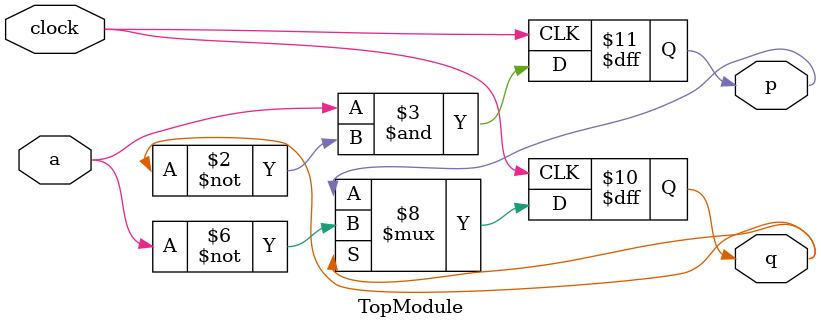
<source format=sv>

module TopModule (
  input clock,
  input a,
  output reg p,
  output reg q
);
always @(posedge clock) begin
    p <= a & (~q);
end

always @(negedge clock) begin
    if (~q) begin
        q <= p;
    end else begin
        q <= ~a;
    end
end

endmodule

</source>
